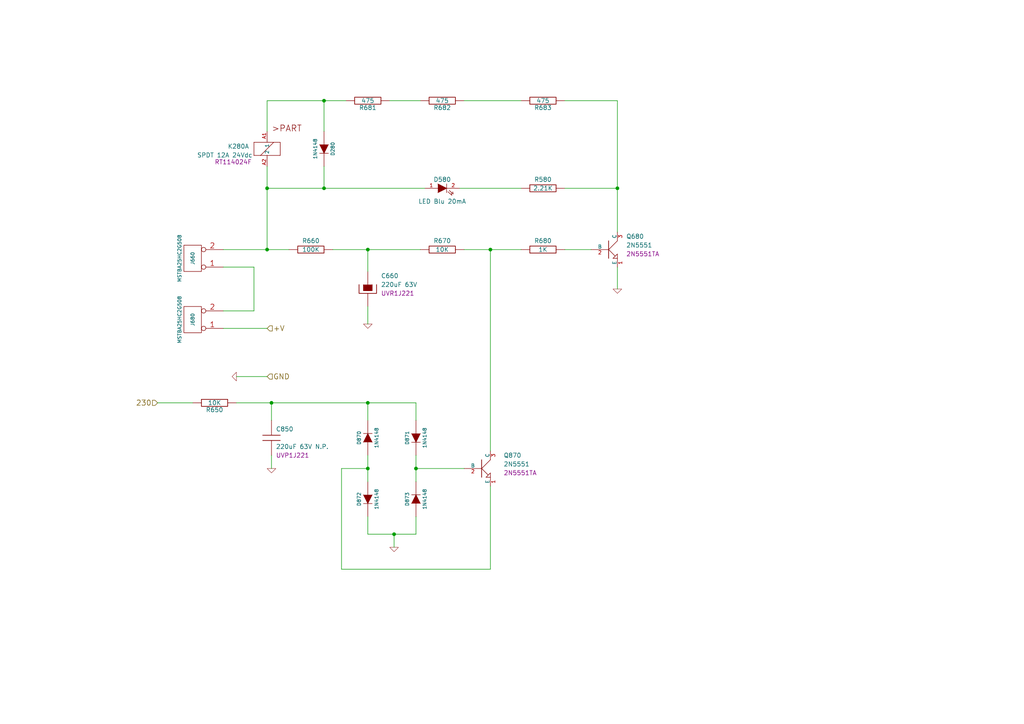
<source format=kicad_sch>
(kicad_sch (version 20230121) (generator eeschema)
  (paper "A4")
  (title_block (title "Amplificatore CMP_BMOS1004") (date "2025-10-18") (rev "251018") (company "AUDIO EMME di Martinelli Michele") (comment 1 "Stadio Ingresso + VAS"))
  (lib_symbols
    (symbol "AM_Connectors:CONN_2" (pin_names (offset 1.016) hide)
      (property "Reference" "P" (at -1.27 0 90))
      (property "Value" "CONN_2" (at 1.27 0 90))
      (symbol "CONN_2_0_1"
        (rectangle (start -2.54 3.81) (end 2.54 -3.81))
      )
      (symbol "CONN_2_1_1"
        (pin passive inverted (at -8.89 2.54 0) (length 6.35) (name "P1") (number "1"))
        (pin passive inverted (at -8.89 -2.54 0) (length 6.35) (name "PM") (number "2"))
      )
    )
    (symbol "AM_Device:C" (pin_numbers hide) (pin_names (offset 0.254))
      (property "Reference" "C" (at 1.27 2.54 0))
      (property "Value" "C" (at 1.27 -2.54 0))
      (symbol "C_0_1"
        (polyline (pts (xy -2.54 -0.762) (xy 2.54 -0.762)) (stroke (width 0.2032)))
        (polyline (pts (xy -2.54 0.762) (xy 2.54 0.762)) (stroke (width 0.2032)))
      )
      (symbol "C_1_1"
        (pin passive line (at 0 5.08 270) (length 4.318) (name "~") (number "1"))
        (pin passive line (at 0 -5.08 90) (length 4.318) (name "~") (number "2"))
      )
    )
    (symbol "AM_Device:CP" (pin_numbers hide) (pin_names (offset 0.254) hide)
      (property "Reference" "C" (at 1.27 2.54 0))
      (property "Value" "CP" (at 1.27 -2.54 0))
      (symbol "CP_0_1"
        (polyline (pts (xy -2.54 1.27) (xy -2.54 -1.27) (xy 2.54 -1.27) (xy 2.54 1.27)) (stroke (width 0.2032)))
        (polyline (pts (xy -1.27 1.27) (xy -1.27 -0.508) (xy 1.27 -0.508) (xy 1.27 1.27)) (fill (type outline)))
      )
      (symbol "CP_1_1"
        (pin passive line (at 0 5.08 270) (length 3.81) (name "~") (number "1"))
        (pin passive line (at 0 -5.08 90) (length 3.81) (name "~") (number "2"))
      )
    )
    (symbol "AM_Device:DIODE" (pin_numbers hide) (pin_names (offset 1.016) hide)
      (property "Reference" "D" (at 0 2.54 0))
      (property "Value" "DIODE" (at 0 -2.54 0))
      (symbol "DIODE_0_1"
        (polyline (pts (xy 1.27 1.27) (xy 1.27 -1.27)) (stroke (width 0.1524)))
        (polyline (pts (xy -1.27 1.27) (xy 1.27 0) (xy -1.27 -1.27)) (fill (type outline)))
      )
      (symbol "DIODE_1_1"
        (pin passive line (at -5.08 0 0) (length 3.81) (name "A") (number "1"))
        (pin passive line (at 5.08 0 180) (length 3.81) (name "K") (number "2"))
      )
    )
    (symbol "AM_Device:LED" (pin_names (offset 1.016) hide)
      (property "Reference" "D" (at 0 2.54 0))
      (property "Value" "LED" (at 0 -2.54 0))
      (symbol "LED_0_1"
        (polyline (pts (xy 1.27 1.27) (xy 1.27 -1.27)))
        (polyline (pts (xy -1.27 1.27) (xy 1.27 0) (xy -1.27 -1.27)) (fill (type outline)))
        (polyline (pts (xy 1.651 -1.016) (xy 2.794 -2.032) (xy 2.667 -1.397)))
        (polyline (pts (xy 2.032 -0.635) (xy 3.175 -1.651) (xy 3.048 -1.016)))
      )
      (symbol "LED_1_1"
        (pin passive line (at -5.08 0 0) (length 3.81) (name "A") (number "1"))
        (pin passive line (at 5.08 0 180) (length 3.81) (name "K") (number "2"))
      )
    )
    (symbol "AM_Device:NPN" (pin_names (offset 0))
      (property "Reference" "Q" (at 3.81 0 0))
      (property "Value" "NPN" (at -2.4892 3.81 0))
      (symbol "NPN_0_1"
        (polyline (pts (xy 0 0) (xy 1.905 -1.905)))
        (polyline (pts (xy 0 0) (xy 2.54 2.54)))
        (polyline (pts (xy 0 2.54) (xy 0 -2.54)) (stroke (width 0.2032)))
        (polyline (pts (xy 1.27 -2.54) (xy 2.54 -2.54) (xy 2.54 -1.27) (xy 1.27 -2.54) (xy 1.27 -2.54)))
      )
      (symbol "NPN_1_1"
        (pin passive line (at 2.54 -5.08 90) (length 2.54) (name "E") (number "1"))
        (pin input line (at -5.08 0 0) (length 5.08) (name "B") (number "2"))
        (pin passive line (at 2.54 5.08 270) (length 2.54) (name "C") (number "3"))
      )
    )
    (symbol "AM_Device:R" (pin_numbers hide) (pin_names (offset 0))
      (property "Reference" "R" (at 2.032 0 90))
      (property "Value" "R" (at 0 0 90))
      (symbol "R_0_1"
        (rectangle (start -1.016 3.81) (end 1.016 -3.81) (stroke (width 0.2032)))
      )
      (symbol "R_1_1"
        (pin passive line (at 0 6.35 270) (length 2.54) (name "~") (number "1"))
        (pin passive line (at 0 -6.35 90) (length 2.54) (name "~") (number "2"))
      )
    )
    (symbol "AM_Power:GND" (power) (pin_names (offset 0))
      (symbol "GND_0_1"
        (polyline (pts (xy -1.27 0) (xy 0 -1.27) (xy 1.27 0) (xy -1.27 0)) (stroke (width 0.1016)))
      )
      (symbol "GND_1_1"
        (pin power_in line (at 0 0 90) (length 0) hide (name "GND") (number "1"))
      )
    )
    (symbol "AM_Relays:RT114024" (pin_names (offset 1.016))
      (property "Reference" "K" (at 0 0 0))
      (property "Value" "RT114024" (at 1.27 2.921 0))
      (symbol "RT114024_1_0"
        (polyline (pts (xy -3.81 -1.905) (xy -1.905 -1.905)))
        (polyline (pts (xy -3.81 1.905) (xy -3.81 -1.905)))
        (polyline (pts (xy -1.905 -1.905) (xy 0 -1.905)))
        (polyline (pts (xy -1.905 -1.905) (xy 1.905 1.905)))
        (polyline (pts (xy 0 -2.54) (xy 0 -1.905)))
        (polyline (pts (xy 0 -1.905) (xy 3.81 -1.905)))
        (polyline (pts (xy 0 1.905) (xy -3.81 1.905)))
        (polyline (pts (xy 0 2.54) (xy 0 1.905)))
        (polyline (pts (xy 1.905 1.905) (xy 0 1.905)))
        (polyline (pts (xy 3.81 -1.905) (xy 3.81 1.905)))
        (polyline (pts (xy 3.81 1.905) (xy 1.905 1.905)))
        (text ">PART" (at 5.715 5.969 0) (effects (font (size 1.778 1.778))))
      )
      (symbol "RT114024_1_1"
        (pin passive line (at 0 5.08 270) (length 2.54) (name "1") (number "A1"))
        (pin passive line (at 0 -5.08 90) (length 2.54) (name "2") (number "A2"))
      )
      (symbol "RT114024_2_0"
        (polyline (pts (xy -3.175 5.08) (xy -1.905 5.08)))
        (polyline (pts (xy 0 1.27) (xy 0 0)))
        (polyline (pts (xy 0 1.27) (xy 2.54 5.715)))
        (polyline (pts (xy 3.175 5.08) (xy 1.905 5.08)))
        (text ">PART" (at 6.985 0.889 0) (effects (font (size 1.778 1.778))))
      )
      (symbol "RT114024_2_1"
        (circle (center 0 1.27) (radius 0.127) (fill (type outline)))
        (pin passive line (at 0 -2.54 90) (length 2.54) (name "P") (number "11"))
        (pin passive line (at 5.08 5.08 180) (length 2.54) (name "O") (number "12"))
        (pin passive line (at -5.08 5.08 0) (length 2.54) (name "S") (number "14"))
      )
    )
  )
  (junction (at 114.3 154.94))
  (junction (at 93.98 54.61))
  (junction (at 179.07 54.61))
  (junction (at 120.65 135.89))
  (junction (at 77.47 72.39))
  (junction (at 77.47 54.61))
  (junction (at 106.68 116.84))
  (junction (at 78.74 116.84))
  (junction (at 106.68 72.39))
  (junction (at 93.98 29.21))
  (junction (at 106.68 135.89))
  (junction (at 142.24 72.39))
  (wire (pts (xy 113.03 29.21) (xy 121.92 29.21)))
  (wire (pts (xy 68.58 109.22) (xy 77.47 109.22)))
  (wire (pts (xy 45.72 116.84) (xy 55.88 116.84)))
  (wire (pts (xy 120.65 139.7) (xy 120.65 135.89)))
  (wire (pts (xy 73.66 77.47) (xy 64.77 77.47)))
  (wire (pts (xy 106.68 78.74) (xy 106.68 72.39)))
  (wire (pts (xy 64.77 95.25) (xy 77.47 95.25)))
  (wire (pts (xy 106.68 72.39) (xy 96.52 72.39)))
  (wire (pts (xy 163.83 72.39) (xy 171.45 72.39)))
  (wire (pts (xy 99.06 165.1) (xy 142.24 165.1)))
  (wire (pts (xy 120.65 135.89) (xy 120.65 132.08)))
  (wire (pts (xy 134.62 135.89) (xy 120.65 135.89)))
  (wire (pts (xy 83.82 72.39) (xy 77.47 72.39)))
  (wire (pts (xy 142.24 72.39) (xy 151.13 72.39)))
  (wire (pts (xy 99.06 135.89) (xy 99.06 165.1)))
  (wire (pts (xy 120.65 116.84) (xy 106.68 116.84)))
  (wire (pts (xy 106.68 135.89) (xy 106.68 132.08)))
  (wire (pts (xy 134.62 72.39) (xy 142.24 72.39)))
  (wire (pts (xy 106.68 116.84) (xy 106.68 121.92)))
  (wire (pts (xy 120.65 154.94) (xy 114.3 154.94)))
  (wire (pts (xy 114.3 154.94) (xy 106.68 154.94)))
  (wire (pts (xy 78.74 116.84) (xy 106.68 116.84)))
  (wire (pts (xy 78.74 121.92) (xy 78.74 116.84)))
  (wire (pts (xy 77.47 48.26) (xy 77.47 54.61)))
  (wire (pts (xy 121.92 72.39) (xy 106.68 72.39)))
  (wire (pts (xy 93.98 54.61) (xy 77.47 54.61)))
  (wire (pts (xy 73.66 90.17) (xy 73.66 77.47)))
  (wire (pts (xy 93.98 38.1) (xy 93.98 29.21)))
  (wire (pts (xy 142.24 72.39) (xy 142.24 130.81)))
  (wire (pts (xy 77.47 54.61) (xy 77.47 72.39)))
  (wire (pts (xy 68.58 116.84) (xy 78.74 116.84)))
  (wire (pts (xy 93.98 48.26) (xy 93.98 54.61)))
  (wire (pts (xy 106.68 135.89) (xy 99.06 135.89)))
  (wire (pts (xy 179.07 54.61) (xy 179.07 67.31)))
  (wire (pts (xy 134.62 29.21) (xy 151.13 29.21)))
  (wire (pts (xy 120.65 154.94) (xy 120.65 149.86)))
  (wire (pts (xy 179.07 29.21) (xy 179.07 54.61)))
  (wire (pts (xy 77.47 29.21) (xy 77.47 38.1)))
  (wire (pts (xy 93.98 29.21) (xy 77.47 29.21)))
  (wire (pts (xy 151.13 54.61) (xy 133.35 54.61)))
  (wire (pts (xy 78.74 135.89) (xy 78.74 132.08)))
  (wire (pts (xy 106.68 93.98) (xy 106.68 88.9)))
  (wire (pts (xy 163.83 54.61) (xy 179.07 54.61)))
  (wire (pts (xy 106.68 154.94) (xy 106.68 149.86)))
  (wire (pts (xy 179.07 83.82) (xy 179.07 77.47)))
  (wire (pts (xy 123.19 54.61) (xy 93.98 54.61)))
  (wire (pts (xy 163.83 29.21) (xy 179.07 29.21)))
  (wire (pts (xy 100.33 29.21) (xy 93.98 29.21)))
  (wire (pts (xy 142.24 165.1) (xy 142.24 140.97)))
  (wire (pts (xy 114.3 158.75) (xy 114.3 154.94)))
  (wire (pts (xy 120.65 116.84) (xy 120.65 121.92)))
  (wire (pts (xy 64.77 90.17) (xy 73.66 90.17)))
  (wire (pts (xy 77.47 72.39) (xy 64.77 72.39)))
  (wire (pts (xy 106.68 139.7) (xy 106.68 135.89)))
  (hierarchical_label "230" (shape input) (at 45.72 116.84 180) (effects (font (size 1.524 1.524))))
  (hierarchical_label "GND" (shape input) (at 77.47 109.22 0) (effects (font (size 1.524 1.524))))
  (hierarchical_label "+V" (shape input) (at 77.47 95.25 0) (effects (font (size 1.524 1.524))))
  (symbol (lib_id "AM_Connectors:CONN_2") (at 55.88 74.93 180) (unit 1)
    (property "Reference" "J660" (at 55.88 74.93 90) (effects (font (size 1.016 1.016))))
    (property "Value" "MSTBA25HC2G508" (at 52.07 74.93 90) (effects (font (size 1.016 1.016))))
    (property "Footprint" "AM_Accessory:CON_2x508" (effects hide))
    (property "Codice" "1923869" (effects hide))
    (property "Costruttore" "Phoenix Contact" (effects hide))
  )
  (symbol (lib_id "AM_Device:R") (at 106.68 29.21 270) (unit 1)
    (property "Reference" "R681" (at 106.68 31.242 90))
    (property "Value" "475" (at 106.68 29.21 90))
    (property "Footprint" "AM_Library:RES_CMF" (effects hide))
    (property "Codice" "CMF60475R00" (effects hide))
    (property "Costruttore" "Vishay" (effects hide))
  )
  (symbol (lib_id "AM_Device:R") (at 128.27 29.21 270) (unit 1)
    (property "Reference" "R682" (at 128.27 31.242 90))
    (property "Value" "475" (at 128.27 29.21 90))
    (property "Footprint" "AM_Library:RES_CMF" (effects hide))
    (property "Codice" "CMF60475R00" (effects hide))
    (property "Costruttore" "Vishay" (effects hide))
  )
  (symbol (lib_id "AM_Device:R") (at 157.48 29.21 270) (unit 1)
    (property "Reference" "R683" (at 157.48 31.242 90))
    (property "Value" "475" (at 157.48 29.21 90))
    (property "Footprint" "AM_Library:RES_CMF" (effects hide))
    (property "Codice" "CMF60475R00" (effects hide))
    (property "Costruttore" "Vishay" (effects hide))
  )
  (symbol (lib_id "AM_Device:NPN") (at 176.53 72.39 0) (unit 1)
    (property "Reference" "Q680" (at 181.61 68.58 0) (effects (justify left)))
    (property "Value" "2N5551" (at 181.61 71.12 0) (effects (justify left)))
    (property "Footprint" "AM_Semiconductors:BJT_TO92" (effects hide))
    (property "Codice" "2N5551TA" (at 181.61 73.66 0) (effects (justify left)))
    (property "Costruttore" "Onsemi" (effects hide))
  )
  (symbol (lib_id "AM_Device:R") (at 157.48 72.39 270) (unit 1)
    (property "Reference" "R680" (at 157.48 69.85 90))
    (property "Value" "1K" (at 157.48 72.39 90))
    (property "Footprint" "AM_Library:RES_CMF" (effects hide))
    (property "Codice" "CMF601K0000" (effects hide))
    (property "Costruttore" "Vishay" (effects hide))
  )
  (symbol (lib_id "AM_Device:R") (at 128.27 72.39 270) (unit 1)
    (property "Reference" "R670" (at 128.27 69.85 90))
    (property "Value" "10K" (at 128.27 72.39 90))
    (property "Footprint" "AM_Library:RES_CMF" (effects hide))
    (property "Codice" "CMF6010K000" (effects hide))
    (property "Costruttore" "Vishay" (effects hide))
  )
  (symbol (lib_id "AM_Device:R") (at 90.17 72.39 270) (unit 1)
    (property "Reference" "R660" (at 90.17 69.85 90))
    (property "Value" "100K" (at 90.17 72.39 90))
    (property "Footprint" "AM_Library:RES_CMF" (effects hide))
    (property "Codice" "CMF60100K00" (effects hide))
    (property "Costruttore" "Vishay" (effects hide))
  )
  (symbol (lib_id "AM_Device:CP") (at 106.68 83.82 0) (unit 1)
    (property "Reference" "C660" (at 110.49 80.01 0) (effects (justify left)))
    (property "Value" "220uF 63V" (at 110.49 82.55 0) (effects (justify left)))
    (property "Footprint" "AM_Capacitors:CAP_D10x15LS05" (effects hide))
    (property "Costruttore" "Nichicon" (effects hide))
    (property "Codice" "UVR1J221" (at 110.49 85.09 0) (effects (justify left)))
  )
  (symbol (lib_id "AM_Device:R") (at 157.48 54.61 270) (unit 1)
    (property "Reference" "R580" (at 157.48 52.07 90))
    (property "Value" "2.21K" (at 157.48 54.61 90))
    (property "Footprint" "AM_Library:RES_CMF" (effects hide))
    (property "Codice" "CMF602K2100" (effects hide))
    (property "Costruttore" "Vishay" (effects hide))
  )
  (symbol (lib_id "AM_Device:LED") (at 128.27 54.61 0) (unit 1)
    (property "Reference" "D580" (at 128.27 52.07 0))
    (property "Value" "LED Blu 20mA" (at 128.27 58.42 0))
    (property "Footprint" "AM_Semiconductors:LED5" (effects hide))
    (property "Codice" "HLMP-CB13" (effects hide))
    (property "Costruttore" "Broadcom Limited" (effects hide))
  )
  (symbol (lib_id "AM_Device:R") (at 62.23 116.84 270) (unit 1)
    (property "Reference" "R650" (at 62.23 118.872 90))
    (property "Value" "10K" (at 62.23 116.84 90))
    (property "Footprint" "AM_Library:RES_CMF" (effects hide))
    (property "Codice" "CMF6010K000" (effects hide))
    (property "Costruttore" "Vishay" (effects hide))
  )
  (symbol (lib_id "AM_Device:C") (at 78.74 127 0) (unit 1)
    (property "Reference" "C850" (at 80.01 124.46 0) (effects (justify left)))
    (property "Value" "220uF 63V N.P." (at 80.01 129.54 0) (effects (justify left)))
    (property "Footprint" "AM_Capacitors:CAP_D16x25LS75" (effects hide))
    (property "Costruttore" "Nichicon" (effects hide))
    (property "Codice" "UVP1J221" (at 80.01 132.08 0) (effects (justify left)))
  )
  (symbol (lib_id "AM_Device:DIODE") (at 106.68 127 90) (unit 1)
    (property "Reference" "D870" (at 104.14 127 0) (effects (font (size 1.016 1.016))))
    (property "Value" "1N4148" (at 109.22 127 0) (effects (font (size 1.016 1.016))))
    (property "Footprint" "AM_Semiconductors:REC_DO35" (effects hide))
    (property "Codice" "1N4148" (effects hide))
    (property "Costruttore" "Onsemi" (effects hide))
  )
  (symbol (lib_id "AM_Device:DIODE") (at 120.65 127 270) (unit 1)
    (property "Reference" "D871" (at 118.11 127 0) (effects (font (size 1.016 1.016))))
    (property "Value" "1N4148" (at 123.19 127 0) (effects (font (size 1.016 1.016))))
    (property "Footprint" "AM_Semiconductors:REC_DO35" (effects hide))
    (property "Codice" "1N4148" (effects hide))
    (property "Costruttore" "Onsemi" (effects hide))
  )
  (symbol (lib_id "AM_Device:DIODE") (at 106.68 144.78 270) (unit 1)
    (property "Reference" "D872" (at 104.14 144.78 0) (effects (font (size 1.016 1.016))))
    (property "Value" "1N4148" (at 109.22 144.78 0) (effects (font (size 1.016 1.016))))
    (property "Footprint" "AM_Semiconductors:REC_DO35" (effects hide))
    (property "Codice" "1N4148" (effects hide))
    (property "Costruttore" "Onsemi" (effects hide))
  )
  (symbol (lib_id "AM_Device:DIODE") (at 120.65 144.78 90) (unit 1)
    (property "Reference" "D873" (at 118.11 144.78 0) (effects (font (size 1.016 1.016))))
    (property "Value" "1N4148" (at 123.19 144.78 0) (effects (font (size 1.016 1.016))))
    (property "Footprint" "AM_Semiconductors:REC_DO35" (effects hide))
    (property "Codice" "1N4148" (effects hide))
    (property "Costruttore" "Onsemi" (effects hide))
  )
  (symbol (lib_id "AM_Device:NPN") (at 139.7 135.89 0) (unit 1)
    (property "Reference" "Q870" (at 146.05 132.08 0) (effects (justify left)))
    (property "Value" "2N5551" (at 146.05 134.62 0) (effects (justify left)))
    (property "Footprint" "AM_Semiconductors:BJT_TO92" (effects hide))
    (property "Codice" "2N5551TA" (at 146.05 137.16 0) (effects (justify left)))
    (property "Costruttore" "Onsemi" (effects hide))
  )
  (symbol (lib_id "AM_Power:GND") (at 114.3 158.75 0) (unit 1)
    (property "Reference" "#PWR05" (effects hide))
    (property "Value" "GND" (effects hide))
  )
  (symbol (lib_id "AM_Power:GND") (at 78.74 135.89 0) (unit 1)
    (property "Reference" "#PWR04" (effects hide))
    (property "Value" "GND" (effects hide))
  )
  (symbol (lib_id "AM_Power:GND") (at 106.68 93.98 0) (unit 1)
    (property "Reference" "#PWR03" (effects hide))
    (property "Value" "GND" (effects hide))
  )
  (symbol (lib_id "AM_Power:GND") (at 179.07 83.82 0) (unit 1)
    (property "Reference" "#PWR02" (effects hide))
    (property "Value" "GND" (effects hide))
  )
  (symbol (lib_id "AM_Power:GND") (at 68.58 109.22 270) (unit 1)
    (property "Reference" "#PWR01" (effects hide))
    (property "Value" "GND" (effects hide))
  )
  (symbol (lib_id "AM_Relays:RT114024") (at 77.47 43.18 0) (unit 1)
    (property "Reference" "K280" (at 66.04 43.18 0) (effects (justify left bottom)))
    (property "Value" "SPDT 12A 24Vdc" (at 57.15 45.72 0) (effects (justify left bottom)))
    (property "Footprint" "AM_Relays:relay-RT-C%2fO12A3.5" (effects hide))
    (property "Datasheet" "https://www.te.com/commerce/DocumentDelivery/DDEController?Action=srchrtrv&DocNm=RT1&DocType=Data+Sheet&DocLang=English&PartCntxt=1-1393239-6" (effects hide))
    (property "Codice" "RT114024F" (at 62.23 46.99 0) (effects (justify left)))
    (property "Costruttore" "TE Connectivity" (effects hide))
  )
  (symbol (lib_id "AM_Device:DIODE") (at 93.98 43.18 270) (unit 1)
    (property "Reference" "D280" (at 96.52 43.18 0) (effects (font (size 1.016 1.016))))
    (property "Value" "1N4148" (at 91.44 43.18 0) (effects (font (size 1.016 1.016))))
    (property "Footprint" "AM_Semiconductors:REC_DO35" (effects hide))
    (property "Codice" "1N4148" (effects hide))
    (property "Costruttore" "Onsemi" (effects hide))
  )
  (symbol (lib_id "AM_Connectors:CONN_2") (at 55.88 92.71 180) (unit 1)
    (property "Reference" "J680" (at 55.88 92.71 90) (effects (font (size 1.016 1.016))))
    (property "Value" "MSTBA25HC2G508" (at 52.07 92.71 90) (effects (font (size 1.016 1.016))))
    (property "Footprint" "AM_Accessory:CON_2x508" (effects hide))
    (property "Codice" "1923869" (effects hide))
    (property "Costruttore" "Phoenix Contact" (effects hide))
  )
)
</source>
